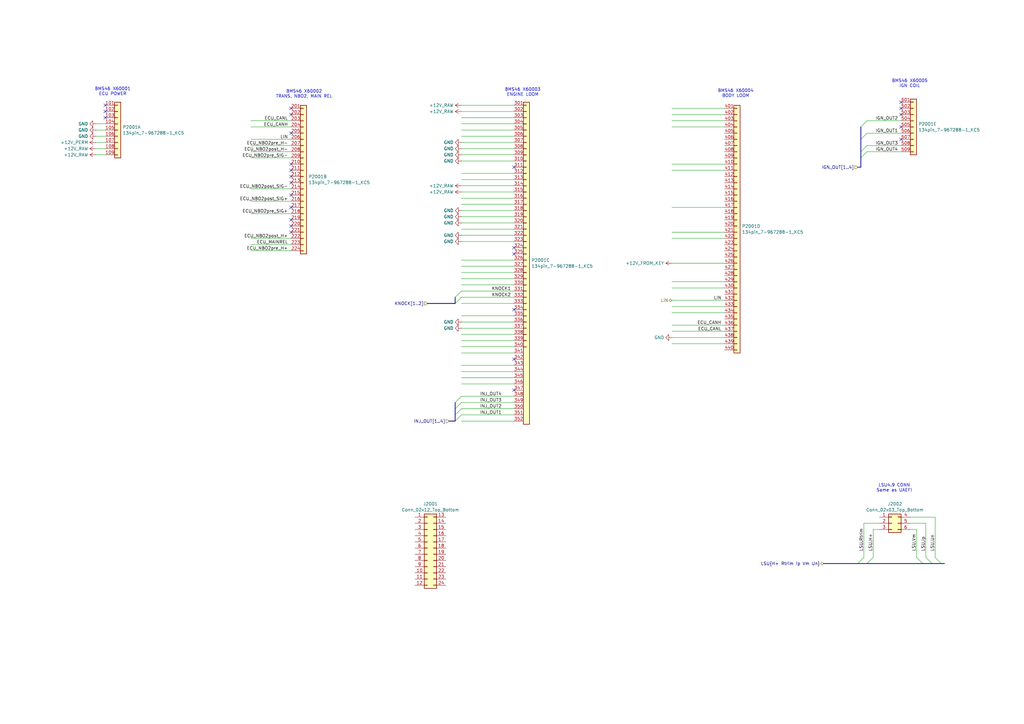
<source format=kicad_sch>
(kicad_sch (version 20231120) (generator "eeschema") (generator_version "8.0")
  (paper "A3")
  (lib_symbols
    (symbol "134pin_7-967288-1_KC5:134pin_7-967288-1_KC5" (pin_names (offset 1.016) hide)
      (property "Reference" "P" (at 0 50.8 0))
      (property "Value" "134pin_7-967288-1_KC5" (at 3.81 0 90))
      (symbol "134pin_7-967288-1_KC5_1_1"
        (rectangle (start -1.27 28.067) (end 0 27.813) (stroke (width 0.1524)))
        (rectangle (start -1.27 30.607) (end 0 30.353) (stroke (width 0.1524)))
        (rectangle (start -1.27 33.147) (end 0 32.893) (stroke (width 0.1524)))
        (rectangle (start -1.27 35.687) (end 0 35.433) (stroke (width 0.1524)))
        (rectangle (start -1.27 38.227) (end 0 37.973) (stroke (width 0.1524)))
        (rectangle (start -1.27 40.767) (end 0 40.513) (stroke (width 0.1524)))
        (rectangle (start -1.27 43.307) (end 0 43.053) (stroke (width 0.1524)))
        (rectangle (start -1.27 45.847) (end 0 45.593) (stroke (width 0.1524)))
        (rectangle (start -1.27 48.387) (end 0 48.133) (stroke (width 0.1524)))
        (rectangle (start -1.27 49.53) (end 1.27 26.67) (stroke (width 0.254)) (fill (type background)))
        (pin passive line (at -5.08 48.26 0) (length 3.81) (name "Pin_101") (number "101"))
        (pin passive line (at -5.08 45.72 0) (length 3.81) (name "Pin_102") (number "102"))
        (pin passive line (at -5.08 43.18 0) (length 3.81) (name "Pin_103") (number "103"))
        (pin passive line (at -5.08 40.64 0) (length 3.81) (name "Pin_104") (number "104"))
        (pin passive line (at -5.08 38.1 0) (length 3.81) (name "Pin_105") (number "105"))
        (pin passive line (at -5.08 35.56 0) (length 3.81) (name "Pin_106") (number "106"))
        (pin passive line (at -5.08 33.02 0) (length 3.81) (name "Pin_107") (number "107"))
        (pin passive line (at -5.08 30.48 0) (length 3.81) (name "Pin_108") (number "108"))
        (pin passive line (at -5.08 27.94 0) (length 3.81) (name "Pin_109") (number "109"))
      )
      (symbol "134pin_7-967288-1_KC5_2_1"
        (rectangle (start -1.27 -10.033) (end 0 -10.287) (stroke (width 0.1524)))
        (rectangle (start -1.27 -7.493) (end 0 -7.747) (stroke (width 0.1524)))
        (rectangle (start -1.27 -4.953) (end 0 -5.207) (stroke (width 0.1524)))
        (rectangle (start -1.27 -2.413) (end 0 -2.667) (stroke (width 0.1524)))
        (rectangle (start -1.27 0.127) (end 0 -0.127) (stroke (width 0.1524)))
        (rectangle (start -1.27 2.667) (end 0 2.413) (stroke (width 0.1524)))
        (rectangle (start -1.27 5.207) (end 0 4.953) (stroke (width 0.1524)))
        (rectangle (start -1.27 7.747) (end 0 7.493) (stroke (width 0.1524)))
        (rectangle (start -1.27 10.287) (end 0 10.033) (stroke (width 0.1524)))
        (rectangle (start -1.27 12.827) (end 0 12.573) (stroke (width 0.1524)))
        (rectangle (start -1.27 15.367) (end 0 15.113) (stroke (width 0.1524)))
        (rectangle (start -1.27 17.907) (end 0 17.653) (stroke (width 0.1524)))
        (rectangle (start -1.27 20.447) (end 0 20.193) (stroke (width 0.1524)))
        (rectangle (start -1.27 22.987) (end 0 22.733) (stroke (width 0.1524)))
        (rectangle (start -1.27 25.527) (end 0 25.273) (stroke (width 0.1524)))
        (rectangle (start -1.27 28.067) (end 0 27.813) (stroke (width 0.1524)))
        (rectangle (start -1.27 30.607) (end 0 30.353) (stroke (width 0.1524)))
        (rectangle (start -1.27 33.147) (end 0 32.893) (stroke (width 0.1524)))
        (rectangle (start -1.27 35.687) (end 0 35.433) (stroke (width 0.1524)))
        (rectangle (start -1.27 38.227) (end 0 37.973) (stroke (width 0.1524)))
        (rectangle (start -1.27 40.767) (end 0 40.513) (stroke (width 0.1524)))
        (rectangle (start -1.27 43.307) (end 0 43.053) (stroke (width 0.1524)))
        (rectangle (start -1.27 45.847) (end 0 45.593) (stroke (width 0.1524)))
        (rectangle (start -1.27 48.387) (end 0 48.133) (stroke (width 0.1524)))
        (rectangle (start -1.27 49.53) (end 1.27 -11.43) (stroke (width 0.254)) (fill (type background)))
        (pin passive line (at -5.08 48.26 0) (length 3.81) (name "Pin_201") (number "201"))
        (pin passive line (at -5.08 45.72 0) (length 3.81) (name "Pin_202") (number "202"))
        (pin passive line (at -5.08 43.18 0) (length 3.81) (name "Pin_203") (number "203"))
        (pin passive line (at -5.08 40.64 0) (length 3.81) (name "Pin_204") (number "204"))
        (pin passive line (at -5.08 38.1 0) (length 3.81) (name "Pin_205") (number "205"))
        (pin passive line (at -5.08 35.56 0) (length 3.81) (name "Pin_206") (number "206"))
        (pin passive line (at -5.08 33.02 0) (length 3.81) (name "Pin_207") (number "207"))
        (pin passive line (at -5.08 30.48 0) (length 3.81) (name "Pin_208") (number "208"))
        (pin passive line (at -5.08 27.94 0) (length 3.81) (name "Pin_209") (number "209"))
        (pin passive line (at -5.08 25.4 0) (length 3.81) (name "Pin_210") (number "210"))
        (pin passive line (at -5.08 22.86 0) (length 3.81) (name "Pin_211") (number "211"))
        (pin passive line (at -5.08 20.32 0) (length 3.81) (name "Pin_212") (number "212"))
        (pin passive line (at -5.08 17.78 0) (length 3.81) (name "Pin_213") (number "213"))
        (pin passive line (at -5.08 15.24 0) (length 3.81) (name "Pin_214") (number "214"))
        (pin passive line (at -5.08 12.7 0) (length 3.81) (name "Pin_215") (number "215"))
        (pin passive line (at -5.08 10.16 0) (length 3.81) (name "Pin_216") (number "216"))
        (pin passive line (at -5.08 7.62 0) (length 3.81) (name "Pin_217") (number "217"))
        (pin passive line (at -5.08 5.08 0) (length 3.81) (name "Pin_218") (number "218"))
        (pin passive line (at -5.08 2.54 0) (length 3.81) (name "Pin_219") (number "219"))
        (pin passive line (at -5.08 0 0) (length 3.81) (name "Pin_220") (number "220"))
        (pin passive line (at -5.08 -2.54 0) (length 3.81) (name "Pin_221") (number "221"))
        (pin passive line (at -5.08 -5.08 0) (length 3.81) (name "Pin_222") (number "222"))
        (pin passive line (at -5.08 -7.62 0) (length 3.81) (name "Pin_223") (number "223"))
        (pin passive line (at -5.08 -10.16 0) (length 3.81) (name "Pin_224") (number "224"))
      )
      (symbol "134pin_7-967288-1_KC5_3_1"
        (rectangle (start -1.27 -50.673) (end 0 -50.927) (stroke (width 0.1524)))
        (rectangle (start -1.27 -48.133) (end 0 -48.387) (stroke (width 0.1524)))
        (rectangle (start -1.27 -45.593) (end 0 -45.847) (stroke (width 0.1524)))
        (rectangle (start -1.27 -43.053) (end 0 -43.307) (stroke (width 0.1524)))
        (rectangle (start -1.27 -40.513) (end 0 -40.767) (stroke (width 0.1524)))
        (rectangle (start -1.27 -37.973) (end 0 -38.227) (stroke (width 0.1524)))
        (rectangle (start -1.27 -35.433) (end 0 -35.687) (stroke (width 0.1524)))
        (rectangle (start -1.27 -32.893) (end 0 -33.147) (stroke (width 0.1524)))
        (rectangle (start -1.27 -30.353) (end 0 -30.607) (stroke (width 0.1524)))
        (rectangle (start -1.27 -27.813) (end 0 -28.067) (stroke (width 0.1524)))
        (rectangle (start -1.27 -25.273) (end 0 -25.527) (stroke (width 0.1524)))
        (rectangle (start -1.27 -22.733) (end 0 -22.987) (stroke (width 0.1524)))
        (rectangle (start -1.27 -20.193) (end 0 -20.447) (stroke (width 0.1524)))
        (rectangle (start -1.27 -17.653) (end 0 -17.907) (stroke (width 0.1524)))
        (rectangle (start -1.27 -15.113) (end 0 -15.367) (stroke (width 0.1524)))
        (rectangle (start -1.27 -12.573) (end 0 -12.827) (stroke (width 0.1524)))
        (rectangle (start -1.27 -10.033) (end 0 -10.287) (stroke (width 0.1524)))
        (rectangle (start -1.27 -7.493) (end 0 -7.747) (stroke (width 0.1524)))
        (rectangle (start -1.27 -4.953) (end 0 -5.207) (stroke (width 0.1524)))
        (rectangle (start -1.27 -2.413) (end 0 -2.667) (stroke (width 0.1524)))
        (rectangle (start -1.27 0.127) (end 0 -0.127) (stroke (width 0.1524)))
        (rectangle (start -1.27 2.667) (end 0 2.413) (stroke (width 0.1524)))
        (rectangle (start -1.27 5.207) (end 0 4.953) (stroke (width 0.1524)))
        (rectangle (start -1.27 7.747) (end 0 7.493) (stroke (width 0.1524)))
        (rectangle (start -1.27 10.287) (end 0 10.033) (stroke (width 0.1524)))
        (rectangle (start -1.27 12.827) (end 0 12.573) (stroke (width 0.1524)))
        (rectangle (start -1.27 15.367) (end 0 15.113) (stroke (width 0.1524)))
        (rectangle (start -1.27 17.907) (end 0 17.653) (stroke (width 0.1524)))
        (rectangle (start -1.27 20.447) (end 0 20.193) (stroke (width 0.1524)))
        (rectangle (start -1.27 22.987) (end 0 22.733) (stroke (width 0.1524)))
        (rectangle (start -1.27 25.527) (end 0 25.273) (stroke (width 0.1524)))
        (rectangle (start -1.27 28.067) (end 0 27.813) (stroke (width 0.1524)))
        (rectangle (start -1.27 30.607) (end 0 30.353) (stroke (width 0.1524)))
        (rectangle (start -1.27 33.147) (end 0 32.893) (stroke (width 0.1524)))
        (rectangle (start -1.27 35.687) (end 0 35.433) (stroke (width 0.1524)))
        (rectangle (start -1.27 38.227) (end 0 37.973) (stroke (width 0.1524)))
        (rectangle (start -1.27 40.767) (end 0 40.513) (stroke (width 0.1524)))
        (rectangle (start -1.27 43.307) (end 0 43.053) (stroke (width 0.1524)))
        (rectangle (start -1.27 45.847) (end 0 45.593) (stroke (width 0.1524)))
        (rectangle (start -1.27 48.387) (end 0 48.133) (stroke (width 0.1524)))
        (rectangle (start -1.27 49.53) (end 1.27 -82.55) (stroke (width 0.254)) (fill (type background)))
        (pin passive line (at -5.08 48.26 0) (length 3.81) (name "Pin_301") (number "301"))
        (pin passive line (at -5.08 45.72 0) (length 3.81) (name "Pin_302") (number "302"))
        (pin passive line (at -5.08 43.18 0) (length 3.81) (name "Pin_303") (number "303"))
        (pin passive line (at -5.08 40.64 0) (length 3.81) (name "Pin_304") (number "304"))
        (pin passive line (at -5.08 38.1 0) (length 3.81) (name "Pin_305") (number "305"))
        (pin passive line (at -5.08 35.56 0) (length 3.81) (name "Pin_306") (number "306"))
        (pin passive line (at -5.08 33.02 0) (length 3.81) (name "Pin_307") (number "307"))
        (pin passive line (at -5.08 30.48 0) (length 3.81) (name "Pin_308") (number "308"))
        (pin passive line (at -5.08 27.94 0) (length 3.81) (name "Pin_309") (number "309"))
        (pin passive line (at -5.08 25.4 0) (length 3.81) (name "Pin_310") (number "310"))
        (pin passive line (at -5.08 22.86 0) (length 3.81) (name "Pin_311") (number "311"))
        (pin passive line (at -5.08 20.32 0) (length 3.81) (name "Pin_312") (number "312"))
        (pin passive line (at -5.08 17.78 0) (length 3.81) (name "Pin_313") (number "313"))
        (pin passive line (at -5.08 15.24 0) (length 3.81) (name "Pin_314") (number "314"))
        (pin passive line (at -5.08 12.7 0) (length 3.81) (name "Pin_315") (number "315"))
        (pin passive line (at -5.08 10.16 0) (length 3.81) (name "Pin_316") (number "316"))
        (pin passive line (at -5.08 7.62 0) (length 3.81) (name "Pin_317") (number "317"))
        (pin passive line (at -5.08 5.08 0) (length 3.81) (name "Pin_318") (number "318"))
        (pin passive line (at -5.08 2.54 0) (length 3.81) (name "Pin_319") (number "319"))
        (pin passive line (at -5.08 0 0) (length 3.81) (name "Pin_320") (number "320"))
        (pin passive line (at -5.08 -2.54 0) (length 3.81) (name "Pin_321") (number "321"))
        (pin passive line (at -5.08 -5.08 0) (length 3.81) (name "Pin_322") (number "322"))
        (pin passive line (at -5.08 -7.62 0) (length 3.81) (name "Pin_323") (number "323"))
        (pin passive line (at -5.08 -10.16 0) (length 3.81) (name "Pin_324") (number "324"))
        (pin passive line (at -5.08 -12.7 0) (length 3.81) (name "Pin_325") (number "325"))
        (pin passive line (at -5.08 -15.24 0) (length 3.81) (name "Pin_326") (number "326"))
        (pin passive line (at -5.08 -17.78 0) (length 3.81) (name "Pin_327") (number "327"))
        (pin passive line (at -5.08 -20.32 0) (length 3.81) (name "Pin_328") (number "328"))
        (pin passive line (at -5.08 -22.86 0) (length 3.81) (name "Pin_329") (number "329"))
        (pin passive line (at -5.08 -25.4 0) (length 3.81) (name "Pin_330") (number "330"))
        (pin passive line (at -5.08 -27.94 0) (length 3.81) (name "Pin_331") (number "331"))
        (pin passive line (at -5.08 -30.48 0) (length 3.81) (name "Pin_332") (number "332"))
        (pin passive line (at -5.08 -33.02 0) (length 3.81) (name "Pin_333") (number "333"))
        (pin passive line (at -5.08 -35.56 0) (length 3.81) (name "Pin_334") (number "334"))
        (pin passive line (at -5.08 -38.1 0) (length 3.81) (name "Pin_335") (number "335"))
        (pin passive line (at -5.08 -40.64 0) (length 3.81) (name "Pin_336") (number "336"))
        (pin passive line (at -5.08 -43.18 0) (length 3.81) (name "Pin_337") (number "337"))
        (pin passive line (at -5.08 -45.72 0) (length 3.81) (name "Pin_338") (number "338"))
        (pin passive line (at -5.08 -48.26 0) (length 3.81) (name "Pin_339") (number "339"))
        (pin passive line (at -5.08 -50.8 0) (length 3.81) (name "Pin_340") (number "340"))
        (pin passive line (at -5.08 -53.34 0) (length 3.81) (name "Pin_341") (number "341"))
        (pin passive line (at -5.08 -55.88 0) (length 3.81) (name "Pin_342") (number "342"))
        (pin passive line (at -5.08 -58.42 0) (length 3.81) (name "Pin_343") (number "343"))
        (pin passive line (at -5.08 -60.96 0) (length 3.81) (name "Pin_344") (number "344"))
        (pin passive line (at -5.08 -63.5 0) (length 3.81) (name "Pin_345") (number "345"))
        (pin passive line (at -5.08 -66.04 0) (length 3.81) (name "Pin_346") (number "346"))
        (pin passive line (at -5.08 -68.58 0) (length 3.81) (name "Pin_347") (number "347"))
        (pin passive line (at -5.08 -71.12 0) (length 3.81) (name "Pin_348") (number "348"))
        (pin passive line (at -5.08 -73.66 0) (length 3.81) (name "Pin_349") (number "349"))
        (pin passive line (at -5.08 -76.2 0) (length 3.81) (name "Pin_350") (number "350"))
        (pin passive line (at -5.08 -78.74 0) (length 3.81) (name "Pin_351") (number "351"))
        (pin passive line (at -5.08 -81.28 0) (length 3.81) (name "Pin_352") (number "352"))
      )
      (symbol "134pin_7-967288-1_KC5_4_1"
        (rectangle (start -1.27 -50.673) (end 0 -50.927) (stroke (width 0.1524)))
        (rectangle (start -1.27 -48.133) (end 0 -48.387) (stroke (width 0.1524)))
        (rectangle (start -1.27 -45.593) (end 0 -45.847) (stroke (width 0.1524)))
        (rectangle (start -1.27 -43.053) (end 0 -43.307) (stroke (width 0.1524)))
        (rectangle (start -1.27 -40.513) (end 0 -40.767) (stroke (width 0.1524)))
        (rectangle (start -1.27 -37.973) (end 0 -38.227) (stroke (width 0.1524)))
        (rectangle (start -1.27 -35.433) (end 0 -35.687) (stroke (width 0.1524)))
        (rectangle (start -1.27 -32.893) (end 0 -33.147) (stroke (width 0.1524)))
        (rectangle (start -1.27 -30.353) (end 0 -30.607) (stroke (width 0.1524)))
        (rectangle (start -1.27 -27.813) (end 0 -28.067) (stroke (width 0.1524)))
        (rectangle (start -1.27 -25.273) (end 0 -25.527) (stroke (width 0.1524)))
        (rectangle (start -1.27 -22.733) (end 0 -22.987) (stroke (width 0.1524)))
        (rectangle (start -1.27 -20.193) (end 0 -20.447) (stroke (width 0.1524)))
        (rectangle (start -1.27 -17.653) (end 0 -17.907) (stroke (width 0.1524)))
        (rectangle (start -1.27 -15.113) (end 0 -15.367) (stroke (width 0.1524)))
        (rectangle (start -1.27 -12.573) (end 0 -12.827) (stroke (width 0.1524)))
        (rectangle (start -1.27 -10.033) (end 0 -10.287) (stroke (width 0.1524)))
        (rectangle (start -1.27 -7.493) (end 0 -7.747) (stroke (width 0.1524)))
        (rectangle (start -1.27 -4.953) (end 0 -5.207) (stroke (width 0.1524)))
        (rectangle (start -1.27 -2.413) (end 0 -2.667) (stroke (width 0.1524)))
        (rectangle (start -1.27 0.127) (end 0 -0.127) (stroke (width 0.1524)))
        (rectangle (start -1.27 2.667) (end 0 2.413) (stroke (width 0.1524)))
        (rectangle (start -1.27 5.207) (end 0 4.953) (stroke (width 0.1524)))
        (rectangle (start -1.27 7.747) (end 0 7.493) (stroke (width 0.1524)))
        (rectangle (start -1.27 10.287) (end 0 10.033) (stroke (width 0.1524)))
        (rectangle (start -1.27 12.827) (end 0 12.573) (stroke (width 0.1524)))
        (rectangle (start -1.27 15.367) (end 0 15.113) (stroke (width 0.1524)))
        (rectangle (start -1.27 17.907) (end 0 17.653) (stroke (width 0.1524)))
        (rectangle (start -1.27 20.447) (end 0 20.193) (stroke (width 0.1524)))
        (rectangle (start -1.27 22.987) (end 0 22.733) (stroke (width 0.1524)))
        (rectangle (start -1.27 25.527) (end 0 25.273) (stroke (width 0.1524)))
        (rectangle (start -1.27 28.067) (end 0 27.813) (stroke (width 0.1524)))
        (rectangle (start -1.27 30.607) (end 0 30.353) (stroke (width 0.1524)))
        (rectangle (start -1.27 33.147) (end 0 32.893) (stroke (width 0.1524)))
        (rectangle (start -1.27 35.687) (end 0 35.433) (stroke (width 0.1524)))
        (rectangle (start -1.27 38.227) (end 0 37.973) (stroke (width 0.1524)))
        (rectangle (start -1.27 40.767) (end 0 40.513) (stroke (width 0.1524)))
        (rectangle (start -1.27 43.307) (end 0 43.053) (stroke (width 0.1524)))
        (rectangle (start -1.27 45.847) (end 0 45.593) (stroke (width 0.1524)))
        (rectangle (start -1.27 48.387) (end 0 48.133) (stroke (width 0.1524)))
        (rectangle (start -1.27 49.53) (end 1.27 -52.07) (stroke (width 0.254)) (fill (type background)))
        (pin passive line (at -5.08 48.26 0) (length 3.81) (name "Pin_401") (number "401"))
        (pin passive line (at -5.08 45.72 0) (length 3.81) (name "Pin_402") (number "402"))
        (pin passive line (at -5.08 43.18 0) (length 3.81) (name "Pin_403") (number "403"))
        (pin passive line (at -5.08 40.64 0) (length 3.81) (name "Pin_404") (number "404"))
        (pin passive line (at -5.08 38.1 0) (length 3.81) (name "Pin_405") (number "405"))
        (pin passive line (at -5.08 35.56 0) (length 3.81) (name "Pin_406") (number "406"))
        (pin passive line (at -5.08 33.02 0) (length 3.81) (name "Pin_407") (number "407"))
        (pin passive line (at -5.08 30.48 0) (length 3.81) (name "Pin_408") (number "408"))
        (pin passive line (at -5.08 27.94 0) (length 3.81) (name "Pin_409") (number "409"))
        (pin passive line (at -5.08 25.4 0) (length 3.81) (name "Pin_410") (number "410"))
        (pin passive line (at -5.08 22.86 0) (length 3.81) (name "Pin_411") (number "411"))
        (pin passive line (at -5.08 20.32 0) (length 3.81) (name "Pin_412") (number "412"))
        (pin passive line (at -5.08 17.78 0) (length 3.81) (name "Pin_413") (number "413"))
        (pin passive line (at -5.08 15.24 0) (length 3.81) (name "Pin_414") (number "414"))
        (pin passive line (at -5.08 12.7 0) (length 3.81) (name "Pin_415") (number "415"))
        (pin passive line (at -5.08 10.16 0) (length 3.81) (name "Pin_416") (number "416"))
        (pin passive line (at -5.08 7.62 0) (length 3.81) (name "Pin_417") (number "417"))
        (pin passive line (at -5.08 5.08 0) (length 3.81) (name "Pin_418") (number "418"))
        (pin passive line (at -5.08 2.54 0) (length 3.81) (name "Pin_419") (number "419"))
        (pin passive line (at -5.08 0 0) (length 3.81) (name "Pin_420") (number "420"))
        (pin passive line (at -5.08 -2.54 0) (length 3.81) (name "Pin_421") (number "421"))
        (pin passive line (at -5.08 -5.08 0) (length 3.81) (name "Pin_422") (number "422"))
        (pin passive line (at -5.08 -7.62 0) (length 3.81) (name "Pin_423") (number "423"))
        (pin passive line (at -5.08 -10.16 0) (length 3.81) (name "Pin_424") (number "424"))
        (pin passive line (at -5.08 -12.7 0) (length 3.81) (name "Pin_425") (number "425"))
        (pin passive line (at -5.08 -15.24 0) (length 3.81) (name "Pin_426") (number "426"))
        (pin passive line (at -5.08 -17.78 0) (length 3.81) (name "Pin_427") (number "427"))
        (pin passive line (at -5.08 -20.32 0) (length 3.81) (name "Pin_428") (number "428"))
        (pin passive line (at -5.08 -22.86 0) (length 3.81) (name "Pin_429") (number "429"))
        (pin passive line (at -5.08 -25.4 0) (length 3.81) (name "Pin_430") (number "430"))
        (pin passive line (at -5.08 -27.94 0) (length 3.81) (name "Pin_431") (number "431"))
        (pin passive line (at -5.08 -30.48 0) (length 3.81) (name "Pin_432") (number "432"))
        (pin passive line (at -5.08 -33.02 0) (length 3.81) (name "Pin_433") (number "433"))
        (pin passive line (at -5.08 -35.56 0) (length 3.81) (name "Pin_434") (number "434"))
        (pin passive line (at -5.08 -38.1 0) (length 3.81) (name "Pin_435") (number "435"))
        (pin passive line (at -5.08 -40.64 0) (length 3.81) (name "Pin_436") (number "436"))
        (pin passive line (at -5.08 -43.18 0) (length 3.81) (name "Pin_437") (number "437"))
        (pin passive line (at -5.08 -45.72 0) (length 3.81) (name "Pin_438") (number "438"))
        (pin passive line (at -5.08 -48.26 0) (length 3.81) (name "Pin_439") (number "439"))
        (pin passive line (at -5.08 -50.8 0) (length 3.81) (name "Pin_440") (number "440"))
      )
      (symbol "134pin_7-967288-1_KC5_5_1"
        (rectangle (start -1.27 28.067) (end 0 27.813) (stroke (width 0.1524)))
        (rectangle (start -1.27 30.607) (end 0 30.353) (stroke (width 0.1524)))
        (rectangle (start -1.27 33.147) (end 0 32.893) (stroke (width 0.1524)))
        (rectangle (start -1.27 35.687) (end 0 35.433) (stroke (width 0.1524)))
        (rectangle (start -1.27 38.227) (end 0 37.973) (stroke (width 0.1524)))
        (rectangle (start -1.27 40.767) (end 0 40.513) (stroke (width 0.1524)))
        (rectangle (start -1.27 43.307) (end 0 43.053) (stroke (width 0.1524)))
        (rectangle (start -1.27 45.847) (end 0 45.593) (stroke (width 0.1524)))
        (rectangle (start -1.27 48.387) (end 0 48.133) (stroke (width 0.1524)))
        (rectangle (start -1.27 49.53) (end 1.27 26.67) (stroke (width 0.254)) (fill (type background)))
        (pin passive line (at -5.08 48.26 0) (length 3.81) (name "Pin_501") (number "501"))
        (pin passive line (at -5.08 45.72 0) (length 3.81) (name "Pin_502") (number "502"))
        (pin passive line (at -5.08 43.18 0) (length 3.81) (name "Pin_503") (number "503"))
        (pin passive line (at -5.08 40.64 0) (length 3.81) (name "Pin_504") (number "504"))
        (pin passive line (at -5.08 38.1 0) (length 3.81) (name "Pin_505") (number "505"))
        (pin passive line (at -5.08 35.56 0) (length 3.81) (name "Pin_506") (number "506"))
        (pin passive line (at -5.08 33.02 0) (length 3.81) (name "Pin_507") (number "507"))
        (pin passive line (at -5.08 30.48 0) (length 3.81) (name "Pin_508") (number "508"))
        (pin passive line (at -5.08 27.94 0) (length 3.81) (name "Pin_509") (number "509"))
      )
    )
    (symbol "Connector_Generic:Conn_02x03_Top_Bottom" (pin_names (offset 1.016) hide)
      (property "Reference" "J" (at 1.27 5.08 0))
      (property "Value" "Conn_02x03_Top_Bottom" (at 1.27 -5.08 0))
      (symbol "Conn_02x03_Top_Bottom_1_1"
        (rectangle (start -1.27 -2.413) (end 0 -2.667) (stroke (width 0.1524)))
        (rectangle (start -1.27 0.127) (end 0 -0.127) (stroke (width 0.1524)))
        (rectangle (start -1.27 2.667) (end 0 2.413) (stroke (width 0.1524)))
        (rectangle (start -1.27 3.81) (end 3.81 -3.81) (stroke (width 0.254)) (fill (type background)))
        (rectangle (start 3.81 -2.413) (end 2.54 -2.667) (stroke (width 0.1524)))
        (rectangle (start 3.81 0.127) (end 2.54 -0.127) (stroke (width 0.1524)))
        (rectangle (start 3.81 2.667) (end 2.54 2.413) (stroke (width 0.1524)))
        (pin passive line (at -5.08 2.54 0) (length 3.81) (name "Pin_1") (number "1"))
        (pin passive line (at -5.08 0 0) (length 3.81) (name "Pin_2") (number "2"))
        (pin passive line (at -5.08 -2.54 0) (length 3.81) (name "Pin_3") (number "3"))
        (pin passive line (at 7.62 2.54 180) (length 3.81) (name "Pin_4") (number "4"))
        (pin passive line (at 7.62 0 180) (length 3.81) (name "Pin_5") (number "5"))
        (pin passive line (at 7.62 -2.54 180) (length 3.81) (name "Pin_6") (number "6"))
      )
    )
    (symbol "Connector_Generic:Conn_02x12_Top_Bottom" (pin_names (offset 1.016) hide)
      (property "Reference" "J" (at 1.27 15.24 0))
      (property "Value" "Conn_02x12_Top_Bottom" (at 1.27 -17.78 0))
      (symbol "Conn_02x12_Top_Bottom_1_1"
        (rectangle (start -1.27 -15.113) (end 0 -15.367) (stroke (width 0.1524)))
        (rectangle (start -1.27 -12.573) (end 0 -12.827) (stroke (width 0.1524)))
        (rectangle (start -1.27 -10.033) (end 0 -10.287) (stroke (width 0.1524)))
        (rectangle (start -1.27 -7.493) (end 0 -7.747) (stroke (width 0.1524)))
        (rectangle (start -1.27 -4.953) (end 0 -5.207) (stroke (width 0.1524)))
        (rectangle (start -1.27 -2.413) (end 0 -2.667) (stroke (width 0.1524)))
        (rectangle (start -1.27 0.127) (end 0 -0.127) (stroke (width 0.1524)))
        (rectangle (start -1.27 2.667) (end 0 2.413) (stroke (width 0.1524)))
        (rectangle (start -1.27 5.207) (end 0 4.953) (stroke (width 0.1524)))
        (rectangle (start -1.27 7.747) (end 0 7.493) (stroke (width 0.1524)))
        (rectangle (start -1.27 10.287) (end 0 10.033) (stroke (width 0.1524)))
        (rectangle (start -1.27 12.827) (end 0 12.573) (stroke (width 0.1524)))
        (rectangle (start -1.27 13.97) (end 3.81 -16.51) (stroke (width 0.254)) (fill (type background)))
        (rectangle (start 3.81 -15.113) (end 2.54 -15.367) (stroke (width 0.1524)))
        (rectangle (start 3.81 -12.573) (end 2.54 -12.827) (stroke (width 0.1524)))
        (rectangle (start 3.81 -10.033) (end 2.54 -10.287) (stroke (width 0.1524)))
        (rectangle (start 3.81 -7.493) (end 2.54 -7.747) (stroke (width 0.1524)))
        (rectangle (start 3.81 -4.953) (end 2.54 -5.207) (stroke (width 0.1524)))
        (rectangle (start 3.81 -2.413) (end 2.54 -2.667) (stroke (width 0.1524)))
        (rectangle (start 3.81 0.127) (end 2.54 -0.127) (stroke (width 0.1524)))
        (rectangle (start 3.81 2.667) (end 2.54 2.413) (stroke (width 0.1524)))
        (rectangle (start 3.81 5.207) (end 2.54 4.953) (stroke (width 0.1524)))
        (rectangle (start 3.81 7.747) (end 2.54 7.493) (stroke (width 0.1524)))
        (rectangle (start 3.81 10.287) (end 2.54 10.033) (stroke (width 0.1524)))
        (rectangle (start 3.81 12.827) (end 2.54 12.573) (stroke (width 0.1524)))
        (pin passive line (at -5.08 12.7 0) (length 3.81) (name "Pin_1") (number "1"))
        (pin passive line (at -5.08 -10.16 0) (length 3.81) (name "Pin_10") (number "10"))
        (pin passive line (at -5.08 -12.7 0) (length 3.81) (name "Pin_11") (number "11"))
        (pin passive line (at -5.08 -15.24 0) (length 3.81) (name "Pin_12") (number "12"))
        (pin passive line (at 7.62 12.7 180) (length 3.81) (name "Pin_13") (number "13"))
        (pin passive line (at 7.62 10.16 180) (length 3.81) (name "Pin_14") (number "14"))
        (pin passive line (at 7.62 7.62 180) (length 3.81) (name "Pin_15") (number "15"))
        (pin passive line (at 7.62 5.08 180) (length 3.81) (name "Pin_16") (number "16"))
        (pin passive line (at 7.62 2.54 180) (length 3.81) (name "Pin_17") (number "17"))
        (pin passive line (at 7.62 0 180) (length 3.81) (name "Pin_18") (number "18"))
        (pin passive line (at 7.62 -2.54 180) (length 3.81) (name "Pin_19") (number "19"))
        (pin passive line (at -5.08 10.16 0) (length 3.81) (name "Pin_2") (number "2"))
        (pin passive line (at 7.62 -5.08 180) (length 3.81) (name "Pin_20") (number "20"))
        (pin passive line (at 7.62 -7.62 180) (length 3.81) (name "Pin_21") (number "21"))
        (pin passive line (at 7.62 -10.16 180) (length 3.81) (name "Pin_22") (number "22"))
        (pin passive line (at 7.62 -12.7 180) (length 3.81) (name "Pin_23") (number "23"))
        (pin passive line (at 7.62 -15.24 180) (length 3.81) (name "Pin_24") (number "24"))
        (pin passive line (at -5.08 7.62 0) (length 3.81) (name "Pin_3") (number "3"))
        (pin passive line (at -5.08 5.08 0) (length 3.81) (name "Pin_4") (number "4"))
        (pin passive line (at -5.08 2.54 0) (length 3.81) (name "Pin_5") (number "5"))
        (pin passive line (at -5.08 0 0) (length 3.81) (name "Pin_6") (number "6"))
        (pin passive line (at -5.08 -2.54 0) (length 3.81) (name "Pin_7") (number "7"))
        (pin passive line (at -5.08 -5.08 0) (length 3.81) (name "Pin_8") (number "8"))
        (pin passive line (at -5.08 -7.62 0) (length 3.81) (name "Pin_9") (number "9"))
      )
    )
    (symbol "hellen-one-common:+12V_PERM" (power) (pin_names (offset 0))
      (property "Value" "+12V_PERM" (at 0 3.556 0))
      (symbol "+12V_PERM_0_1"
        (polyline (pts (xy -0.762 1.27) (xy 0 2.54)))
        (polyline (pts (xy 0 0) (xy 0 2.54)))
        (polyline (pts (xy 0 2.54) (xy 0.762 1.27)))
      )
      (symbol "+12V_PERM_1_1"
        (pin power_in line (at 0 0 90) (length 0) hide (name "+12V_PERM") (number "1"))
      )
    )
    (symbol "hellen-one-common:+12V_RAW" (power) (pin_names (offset 0))
      (property "Value" "+12V_RAW" (at 0 3.556 0))
      (symbol "+12V_RAW_0_1"
        (polyline (pts (xy -0.762 1.27) (xy 0 2.54)))
        (polyline (pts (xy 0 0) (xy 0 2.54)))
        (polyline (pts (xy 0 2.54) (xy 0.762 1.27)))
      )
      (symbol "+12V_RAW_1_1"
        (pin power_in line (at 0 0 90) (length 0) hide (name "+12V_RAW") (number "1"))
      )
    )
    (symbol "misc:+12V_FROM_KEY" (power) (pin_names (offset 0))
      (property "Value" "+12V_FROM_KEY" (at 0 3.556 0))
      (symbol "+12V_FROM_KEY_0_1"
        (polyline (pts (xy -0.762 1.27) (xy 0 2.54)))
        (polyline (pts (xy 0 0) (xy 0 2.54)))
        (polyline (pts (xy 0 2.54) (xy 0.762 1.27)))
      )
      (symbol "+12V_FROM_KEY_1_1"
        (pin power_in line (at 0 0 90) (length 0) hide (name "+12V_FROM_KEY") (number "1"))
      )
    )
    (symbol "power:GND" (power) (pin_numbers hide) (pin_names (offset 0) hide)
      (property "Value" "GND" (at 0 -3.81 0))
      (symbol "GND_0_1"
        (polyline (pts (xy 0 0) (xy 0 -1.27) (xy 1.27 -1.27) (xy 0 -2.54) (xy -1.27 -1.27) (xy 0 -1.27)))
      )
      (symbol "GND_1_1"
        (pin power_in line (at 0 0 270) (length 0) (name "~") (number "1"))
      )
    )
  )
  (no_connect (at 43.18 43.18))
  (no_connect (at 369.57 57.15))
  (no_connect (at 119.38 72.39))
  (no_connect (at 119.38 85.09))
  (no_connect (at 43.18 48.26))
  (no_connect (at 119.38 44.45))
  (no_connect (at 210.82 104.14))
  (no_connect (at 210.82 147.32))
  (no_connect (at 210.82 68.58))
  (no_connect (at 119.38 95.25))
  (no_connect (at 369.57 41.91))
  (no_connect (at 369.57 44.45))
  (no_connect (at 119.38 69.85))
  (no_connect (at 210.82 101.6))
  (no_connect (at 369.57 46.99))
  (no_connect (at 119.38 54.61))
  (no_connect (at 119.38 80.01))
  (no_connect (at 210.82 127))
  (no_connect (at 119.38 67.31))
  (no_connect (at 210.82 160.02))
  (no_connect (at 119.38 92.71))
  (no_connect (at 369.57 52.07))
  (no_connect (at 43.18 45.72))
  (no_connect (at 119.38 46.99))
  (no_connect (at 119.38 90.17))
  (no_connect (at 119.38 74.93))
  (bus_entry (at 355.6 54.61) (size -2.54 2.54))
  (bus_entry (at 355.6 62.23) (size -2.54 2.54))
  (bus_entry (at 355.6 59.69) (size -2.54 2.54))
  (bus_entry (at 186.69 172.72) (size 2.54 -2.54))
  (bus_entry (at 355.6 231.14) (size 2.54 -2.54))
  (bus_entry (at 378.46 231.14) (size -2.54 -2.54))
  (bus_entry (at 355.6 49.53) (size -2.54 2.54))
  (bus_entry (at 351.79 231.14) (size 2.54 -2.54))
  (bus_entry (at 189.23 121.92) (size -2.54 2.54))
  (bus_entry (at 189.23 119.38) (size -2.54 2.54))
  (bus_entry (at 382.27 231.14) (size -2.54 -2.54))
  (bus_entry (at 186.69 165.1) (size 2.54 -2.54))
  (bus_entry (at 186.69 170.18) (size 2.54 -2.54))
  (bus_entry (at 186.69 167.64) (size 2.54 -2.54))
  (bus_entry (at 386.08 231.14) (size -2.54 -2.54))
  (wire (pts (xy 297.18 52.07) (xy 275.59 52.07)))
  (wire (pts (xy 119.38 97.79) (xy 102.87 97.79)))
  (wire (pts (xy 210.82 132.08) (xy 189.23 132.08)))
  (wire (pts (xy 210.82 55.88) (xy 189.23 55.88)))
  (wire (pts (xy 297.18 107.95) (xy 275.59 107.95)))
  (wire (pts (xy 189.23 165.1) (xy 210.82 165.1)))
  (wire (pts (xy 210.82 63.5) (xy 189.23 63.5)))
  (wire (pts (xy 210.82 152.4) (xy 189.23 152.4)))
  (wire (pts (xy 43.18 63.5) (xy 39.37 63.5)))
  (wire (pts (xy 297.18 115.57) (xy 275.59 115.57)))
  (bus (pts (xy 353.06 57.15) (xy 353.06 62.23)))
  (wire (pts (xy 210.82 86.36) (xy 189.23 86.36)))
  (wire (pts (xy 210.82 116.84) (xy 189.23 116.84)))
  (wire (pts (xy 210.82 71.12) (xy 189.23 71.12)))
  (wire (pts (xy 210.82 99.06) (xy 189.23 99.06)))
  (wire (pts (xy 358.14 217.17) (xy 358.14 228.6)))
  (wire (pts (xy 210.82 142.24) (xy 189.23 142.24)))
  (wire (pts (xy 379.73 214.63) (xy 379.73 228.6)))
  (wire (pts (xy 210.82 50.8) (xy 189.23 50.8)))
  (wire (pts (xy 210.82 53.34) (xy 189.23 53.34)))
  (wire (pts (xy 358.14 217.17) (xy 360.68 217.17)))
  (wire (pts (xy 119.38 102.87) (xy 102.87 102.87)))
  (wire (pts (xy 355.6 62.23) (xy 369.57 62.23)))
  (wire (pts (xy 355.6 59.69) (xy 369.57 59.69)))
  (bus (pts (xy 186.69 170.18) (xy 186.69 172.72)))
  (wire (pts (xy 375.92 217.17) (xy 373.38 217.17)))
  (wire (pts (xy 210.82 91.44) (xy 189.23 91.44)))
  (wire (pts (xy 210.82 48.26) (xy 189.23 48.26)))
  (wire (pts (xy 43.18 53.34) (xy 39.37 53.34)))
  (wire (pts (xy 297.18 44.45) (xy 275.59 44.45)))
  (wire (pts (xy 210.82 93.98) (xy 189.23 93.98)))
  (wire (pts (xy 297.18 46.99) (xy 275.59 46.99)))
  (wire (pts (xy 354.33 214.63) (xy 360.68 214.63)))
  (wire (pts (xy 210.82 144.78) (xy 189.23 144.78)))
  (bus (pts (xy 386.08 231.14) (xy 387.35 231.14)))
  (wire (pts (xy 189.23 162.56) (xy 210.82 162.56)))
  (wire (pts (xy 210.82 119.38) (xy 189.23 119.38)))
  (wire (pts (xy 210.82 149.86) (xy 189.23 149.86)))
  (wire (pts (xy 297.18 128.27) (xy 275.59 128.27)))
  (bus (pts (xy 351.79 231.14) (xy 355.6 231.14)))
  (wire (pts (xy 210.82 81.28) (xy 189.23 81.28)))
  (wire (pts (xy 189.23 167.64) (xy 210.82 167.64)))
  (wire (pts (xy 210.82 124.46) (xy 189.23 124.46)))
  (wire (pts (xy 210.82 154.94) (xy 189.23 154.94)))
  (bus (pts (xy 353.06 52.07) (xy 353.06 57.15)))
  (wire (pts (xy 297.18 95.25) (xy 275.59 95.25)))
  (wire (pts (xy 119.38 77.47) (xy 102.87 77.47)))
  (wire (pts (xy 297.18 133.35) (xy 275.59 133.35)))
  (wire (pts (xy 379.73 214.63) (xy 373.38 214.63)))
  (wire (pts (xy 43.18 58.42) (xy 39.37 58.42)))
  (bus (pts (xy 186.69 121.92) (xy 186.69 124.46)))
  (wire (pts (xy 189.23 170.18) (xy 210.82 170.18)))
  (wire (pts (xy 210.82 88.9) (xy 189.23 88.9)))
  (wire (pts (xy 210.82 58.42) (xy 189.23 58.42)))
  (wire (pts (xy 43.18 55.88) (xy 39.37 55.88)))
  (wire (pts (xy 210.82 66.04) (xy 189.23 66.04)))
  (wire (pts (xy 210.82 139.7) (xy 189.23 139.7)))
  (bus (pts (xy 353.06 68.58) (xy 353.06 64.77)))
  (wire (pts (xy 210.82 78.74) (xy 189.23 78.74)))
  (bus (pts (xy 353.06 62.23) (xy 353.06 64.77)))
  (wire (pts (xy 102.87 64.77) (xy 119.38 64.77)))
  (wire (pts (xy 354.33 214.63) (xy 354.33 228.6)))
  (wire (pts (xy 210.82 45.72) (xy 189.23 45.72)))
  (wire (pts (xy 297.18 85.09) (xy 275.59 85.09)))
  (wire (pts (xy 355.6 49.53) (xy 369.57 49.53)))
  (wire (pts (xy 297.18 67.31) (xy 275.59 67.31)))
  (wire (pts (xy 210.82 111.76) (xy 189.23 111.76)))
  (wire (pts (xy 210.82 114.3) (xy 189.23 114.3)))
  (wire (pts (xy 297.18 138.43) (xy 275.59 138.43)))
  (bus (pts (xy 382.27 231.14) (xy 386.08 231.14)))
  (wire (pts (xy 383.54 212.09) (xy 373.38 212.09)))
  (wire (pts (xy 297.18 49.53) (xy 275.59 49.53)))
  (wire (pts (xy 297.18 125.73) (xy 275.59 125.73)))
  (wire (pts (xy 119.38 82.55) (xy 102.87 82.55)))
  (bus (pts (xy 378.46 231.14) (xy 382.27 231.14)))
  (wire (pts (xy 119.38 57.15) (xy 102.87 57.15)))
  (wire (pts (xy 119.38 52.07) (xy 102.87 52.07)))
  (bus (pts (xy 186.69 165.1) (xy 186.69 167.64)))
  (wire (pts (xy 210.82 121.92) (xy 189.23 121.92)))
  (bus (pts (xy 351.79 68.58) (xy 353.06 68.58)))
  (wire (pts (xy 119.38 62.23) (xy 102.87 62.23)))
  (wire (pts (xy 210.82 60.96) (xy 189.23 60.96)))
  (wire (pts (xy 210.82 83.82) (xy 189.23 83.82)))
  (wire (pts (xy 275.59 123.19) (xy 297.18 123.19)))
  (wire (pts (xy 297.18 135.89) (xy 275.59 135.89)))
  (bus (pts (xy 175.26 124.46) (xy 186.69 124.46)))
  (wire (pts (xy 297.18 140.97) (xy 275.59 140.97)))
  (wire (pts (xy 210.82 129.54) (xy 189.23 129.54)))
  (bus (pts (xy 186.69 167.64) (xy 186.69 170.18)))
  (wire (pts (xy 210.82 137.16) (xy 189.23 137.16)))
  (wire (pts (xy 210.82 96.52) (xy 189.23 96.52)))
  (wire (pts (xy 119.38 100.33) (xy 102.87 100.33)))
  (wire (pts (xy 210.82 134.62) (xy 189.23 134.62)))
  (wire (pts (xy 297.18 69.85) (xy 275.59 69.85)))
  (wire (pts (xy 355.6 54.61) (xy 369.57 54.61)))
  (wire (pts (xy 383.54 212.09) (xy 383.54 228.6)))
  (wire (pts (xy 210.82 157.48) (xy 189.23 157.48)))
  (bus (pts (xy 337.82 231.14) (xy 351.79 231.14)))
  (bus (pts (xy 184.15 172.72) (xy 186.69 172.72)))
  (wire (pts (xy 119.38 87.63) (xy 102.87 87.63)))
  (wire (pts (xy 297.18 97.79) (xy 275.59 97.79)))
  (wire (pts (xy 43.18 60.96) (xy 39.37 60.96)))
  (wire (pts (xy 297.18 118.11) (xy 275.59 118.11)))
  (wire (pts (xy 119.38 49.53) (xy 102.87 49.53)))
  (wire (pts (xy 210.82 109.22) (xy 189.23 109.22)))
  (wire (pts (xy 375.92 217.17) (xy 375.92 228.6)))
  (wire (pts (xy 43.18 50.8) (xy 39.37 50.8)))
  (wire (pts (xy 210.82 76.2) (xy 189.23 76.2)))
  (wire (pts (xy 210.82 73.66) (xy 189.23 73.66)))
  (wire (pts (xy 189.23 172.72) (xy 210.82 172.72)))
  (wire (pts (xy 119.38 59.69) (xy 102.87 59.69)))
  (wire (pts (xy 210.82 106.68) (xy 189.23 106.68)))
  (wire (pts (xy 210.82 43.18) (xy 189.23 43.18)))
  (bus (pts (xy 355.6 231.14) (xy 378.46 231.14)))
  (text "BMS46 X60003\nENGINE LOOM" (at 214.376 37.846 0) (effects (font (size 1.27 1.27))))
  (text "LSU4.9 CONN\nSame as UAEFI" (at 366.776 200.152 0) (effects (font (size 1.27 1.27))))
  (text "BMS46 X60005\nIGN COIL" (at 373.126 34.29 0) (effects (font (size 1.27 1.27))))
  (text "BMS46 X60002\nTRANS, NBO2, MAIN REL" (at 124.714 38.608 0) (effects (font (size 1.27 1.27))))
  (text "BMS46 X60001\nECU POWER\n" (at 46.228 37.592 0) (effects (font (size 1.27 1.27))))
  (text "BMS46 X60004\nBODY LOOM" (at 301.752 38.354 0) (effects (font (size 1.27 1.27))))
  (label "LIN" (at 295.91 123.19 180))
  (label "INJ_OUT3" (at 196.85 165.1 0))
  (label "ECU_NBO2pre_SIG-" (at 118.11 64.77 180))
  (label "ECU_NBO2post_SIG+" (at 118.11 82.55 180))
  (label "KNOCK1" (at 209.55 119.38 180))
  (label "LSU.Un" (at 383.54 226.06 90))
  (label "KNOCK2" (at 209.55 121.92 180))
  (label "IGN_OUT3" (at 368.3 59.69 180))
  (label "INJ_OUT2" (at 196.85 167.64 0))
  (label "ECU_NBO2pre_H-" (at 118.11 59.69 180))
  (label "LSU.H+" (at 358.14 226.06 90))
  (label "LSU.Ip" (at 379.73 226.06 90))
  (label "ECU_CANH" (at 295.91 133.35 180))
  (label "LIN" (at 118.11 57.15 180))
  (label "ECU_NBO2post_SIG-" (at 118.11 77.47 180))
  (label "LSU.Vm" (at 375.92 226.06 90))
  (label "ECU_NBO2pre_SIG+" (at 118.11 87.63 180))
  (label "IGN_OUT2" (at 368.3 49.53 180))
  (label "ECU_CANL" (at 118.11 49.53 180))
  (label "INJ_OUT1" (at 196.85 170.18 0))
  (label "IGN_OUT4" (at 368.3 62.23 180))
  (label "ECU_CANL" (at 295.91 135.89 180))
  (label "ECU_MAINREL" (at 118.11 100.33 180))
  (label "ECU_NBO2post_H-" (at 118.11 62.23 180))
  (label "ECU_NBO2post_H+" (at 118.11 97.79 180))
  (label "INJ_OUT4" (at 196.85 162.56 0))
  (label "ECU_NBO2pre_H+" (at 118.11 102.87 180))
  (label "LSU.Rtrim" (at 354.33 226.06 90))
  (label "IGN_OUT1" (at 368.3 54.61 180))
  (label "ECU_CANH" (at 118.11 52.07 180))
  (hierarchical_label "INJ_OUT[1..4]" (shape input) (at 184.15 172.72 180))
  (hierarchical_label "LIN" (shape bidirectional) (at 275.59 123.19 180))
  (hierarchical_label "LSU{H+ Rtrim Ip Vm Un}" (shape bidirectional) (at 337.82 231.14 180))
  (hierarchical_label "IGN_OUT[1..4]" (shape input) (at 351.79 68.58 180))
  (hierarchical_label "KNOCK[1..2]" (shape input) (at 175.26 124.46 180))
  (symbol (lib_id "power:GND") (at 189.23 58.42 270) (unit 1)
    (property "Reference" "#PWR02009" (effects (hide yes)))
    (property "Value" "GND" (at 186.0551 58.42 90) (effects (justify right)))
    (property "Description" "Power symbol creates a global label with name \"GND\" , ground" (effects (hide yes)))
  )
  (symbol (lib_id "power:GND") (at 39.37 55.88 270) (unit 1)
    (property "Reference" "#PWR02003" (effects (hide yes)))
    (property "Value" "GND" (at 36.1951 55.88 90) (effects (justify right)))
    (property "Description" "Power symbol creates a global label with name \"GND\" , ground" (effects (hide yes)))
  )
  (symbol (lib_id "power:GND") (at 275.59 138.43 270) (unit 1)
    (property "Reference" "#PWR02023" (effects (hide yes)))
    (property "Value" "GND" (at 272.4151 138.43 90) (effects (justify right)))
    (property "Description" "Power symbol creates a global label with name \"GND\" , ground" (effects (hide yes)))
  )
  (symbol (lib_id "hellen-one-common:+12V_RAW") (at 189.23 76.2 90) (unit 1)
    (property "Reference" "#PWR02013" (effects (hide yes)))
    (property "Value" "+12V_RAW" (at 186.055 76.2 90) (effects (justify left)))
    (property "Description" "Power symbol creates a global label with name \"+12V_RAW\"" (effects (hide yes)))
  )
  (symbol (lib_id "power:GND") (at 39.37 53.34 270) (unit 1)
    (property "Reference" "#PWR02002" (effects (hide yes)))
    (property "Value" "GND" (at 36.1951 53.34 90) (effects (justify right)))
    (property "Description" "Power symbol creates a global label with name \"GND\" , ground" (effects (hide yes)))
  )
  (symbol (lib_id "hellen-one-common:+12V_RAW") (at 39.37 60.96 90) (unit 1)
    (property "Reference" "#PWR02005" (effects (hide yes)))
    (property "Value" "+12V_RAW" (at 36.195 60.96 90) (effects (justify left)))
    (property "Description" "Power symbol creates a global label with name \"+12V_RAW\"" (effects (hide yes)))
  )
  (symbol (lib_id "hellen-one-common:+12V_RAW") (at 39.37 63.5 90) (unit 1)
    (property "Reference" "#PWR02006" (effects (hide yes)))
    (property "Value" "+12V_RAW" (at 36.195 63.5 90) (effects (justify left)))
    (property "Description" "Power symbol creates a global label with name \"+12V_RAW\"" (effects (hide yes)))
  )
  (symbol (lib_id "134pin_7-967288-1_KC5:134pin_7-967288-1_KC5") (at 374.65 90.17 0) (unit 5)
    (property "Reference" "P2001" (at 376.682 50.8578 0) (effects (justify left)))
    (property "Value" "134pin_7-967288-1_KC5" (at 376.682 53.2821 0) (effects (justify left)))
    (property "Footprint" "Breakout_134pin_7-967288-1_KC5:7-967288-1_134-pin-connector" (effects (hide yes)))
    (property "Description" "134pin_7-967288-1_KC5" (effects (hide yes)))
  )
  (symbol (lib_id "power:GND") (at 189.23 86.36 270) (unit 1)
    (property "Reference" "#PWR02015" (effects (hide yes)))
    (property "Value" "GND" (at 186.0551 86.36 90) (effects (justify right)))
    (property "Description" "Power symbol creates a global label with name \"GND\" , ground" (effects (hide yes)))
  )
  (symbol (lib_id "misc:+12V_FROM_KEY") (at 275.59 107.95 90) (unit 1)
    (property "Reference" "#PWR02022" (effects (hide yes)))
    (property "Value" "+12V_FROM_KEY" (at 272.4151 107.95 90) (effects (justify left)))
    (property "Description" "Power symbol creates a global label with name \"+12V_FROM_KEY\"" (effects (hide yes)))
  )
  (symbol (lib_id "hellen-one-common:+12V_PERM") (at 39.37 58.42 90) (unit 1)
    (property "Reference" "#PWR02004" (effects (hide yes)))
    (property "Value" "+12V_PERM" (at 36.195 58.42 90) (effects (justify left)))
    (property "Description" "Power symbol creates a global label with name \"+12V_PERM\"" (effects (hide yes)))
  )
  (symbol (lib_id "134pin_7-967288-1_KC5:134pin_7-967288-1_KC5") (at 215.9 91.44 0) (unit 3)
    (property "Reference" "P2001" (at 217.932 106.7378 0) (effects (justify left)))
    (property "Value" "134pin_7-967288-1_KC5" (at 217.932 109.1621 0) (effects (justify left)))
    (property "Footprint" "Breakout_134pin_7-967288-1_KC5:7-967288-1_134-pin-connector" (effects (hide yes)))
    (property "Description" "134pin_7-967288-1_KC5" (effects (hide yes)))
  )
  (symbol (lib_id "134pin_7-967288-1_KC5:134pin_7-967288-1_KC5") (at 124.46 92.71 0) (unit 2)
    (property "Reference" "P2001" (at 126.492 72.4478 0) (effects (justify left)))
    (property "Value" "134pin_7-967288-1_KC5" (at 126.492 74.8721 0) (effects (justify left)))
    (property "Footprint" "Breakout_134pin_7-967288-1_KC5:7-967288-1_134-pin-connector" (effects (hide yes)))
    (property "Description" "134pin_7-967288-1_KC5" (effects (hide yes)))
  )
  (symbol (lib_id "Connector_Generic:Conn_02x12_Top_Bottom") (at 175.26 224.79 0) (unit 1)
    (property "Reference" "J2001" (at 176.53 206.6755 0))
    (property "Value" "Conn_02x12_Top_Bottom" (at 176.53 209.0998 0))
    (property "Footprint" "34826-0240:348260240" (effects (hide yes)))
    (property "Description" "Generic connector, double row, 02x12, top/bottom pin numbering scheme (row 1: 1...pins_per_row, row2: pins_per_row+1 ... num_pins), script generated (kicad-library-utils/schlib/autogen/connector/)" (effects (hide yes)))
  )
  (symbol (lib_id "power:GND") (at 189.23 66.04 270) (unit 1)
    (property "Reference" "#PWR02012" (effects (hide yes)))
    (property "Value" "GND" (at 186.0551 66.04 90) (effects (justify right)))
    (property "Description" "Power symbol creates a global label with name \"GND\" , ground" (effects (hide yes)))
  )
  (symbol (lib_id "134pin_7-967288-1_KC5:134pin_7-967288-1_KC5") (at 302.26 92.71 0) (unit 4)
    (property "Reference" "P2001" (at 304.292 92.7678 0) (effects (justify left)))
    (property "Value" "134pin_7-967288-1_KC5" (at 304.292 95.1921 0) (effects (justify left)))
    (property "Footprint" "Breakout_134pin_7-967288-1_KC5:7-967288-1_134-pin-connector" (effects (hide yes)))
    (property "Description" "134pin_7-967288-1_KC5" (effects (hide yes)))
  )
  (symbol (lib_id "power:GND") (at 189.23 60.96 270) (unit 1)
    (property "Reference" "#PWR02010" (effects (hide yes)))
    (property "Value" "GND" (at 186.0551 60.96 90) (effects (justify right)))
    (property "Description" "Power symbol creates a global label with name \"GND\" , ground" (effects (hide yes)))
  )
  (symbol (lib_id "hellen-one-common:+12V_RAW") (at 189.23 78.74 90) (unit 1)
    (property "Reference" "#PWR02014" (effects (hide yes)))
    (property "Value" "+12V_RAW" (at 186.055 78.74 90) (effects (justify left)))
    (property "Description" "Power symbol creates a global label with name \"+12V_RAW\"" (effects (hide yes)))
  )
  (symbol (lib_id "power:GND") (at 189.23 63.5 270) (unit 1)
    (property "Reference" "#PWR02011" (effects (hide yes)))
    (property "Value" "GND" (at 186.0551 63.5 90) (effects (justify right)))
    (property "Description" "Power symbol creates a global label with name \"GND\" , ground" (effects (hide yes)))
  )
  (symbol (lib_id "power:GND") (at 189.23 91.44 270) (unit 1)
    (property "Reference" "#PWR02017" (effects (hide yes)))
    (property "Value" "GND" (at 186.0551 91.44 90) (effects (justify right)))
    (property "Description" "Power symbol creates a global label with name \"GND\" , ground" (effects (hide yes)))
  )
  (symbol (lib_id "power:GND") (at 189.23 99.06 270) (unit 1)
    (property "Reference" "#PWR02019" (effects (hide yes)))
    (property "Value" "GND" (at 186.0551 99.06 90) (effects (justify right)))
    (property "Description" "Power symbol creates a global label with name \"GND\" , ground" (effects (hide yes)))
  )
  (symbol (lib_id "hellen-one-common:+12V_RAW") (at 189.23 45.72 90) (unit 1)
    (property "Reference" "#PWR02008" (effects (hide yes)))
    (property "Value" "+12V_RAW" (at 186.055 45.72 90) (effects (justify left)))
    (property "Description" "Power symbol creates a global label with name \"+12V_RAW\"" (effects (hide yes)))
  )
  (symbol (lib_id "power:GND") (at 189.23 88.9 270) (unit 1)
    (property "Reference" "#PWR02016" (effects (hide yes)))
    (property "Value" "GND" (at 186.0551 88.9 90) (effects (justify right)))
    (property "Description" "Power symbol creates a global label with name \"GND\" , ground" (effects (hide yes)))
  )
  (symbol (lib_id "power:GND") (at 189.23 96.52 270) (unit 1)
    (property "Reference" "#PWR02018" (effects (hide yes)))
    (property "Value" "GND" (at 186.0551 96.52 90) (effects (justify right)))
    (property "Description" "Power symbol creates a global label with name \"GND\" , ground" (effects (hide yes)))
  )
  (symbol (lib_id "power:GND") (at 39.37 50.8 270) (unit 1)
    (property "Reference" "#PWR02001" (effects (hide yes)))
    (property "Value" "GND" (at 36.1951 50.8 90) (effects (justify right)))
    (property "Description" "Power symbol creates a global label with name \"GND\" , ground" (effects (hide yes)))
  )
  (symbol (lib_id "Connector_Generic:Conn_02x03_Top_Bottom") (at 365.76 214.63 0) (unit 1)
    (property "Reference" "J2002" (at 367.03 206.6755 0))
    (property "Value" "Conn_02x03_Top_Bottom" (at 367.03 209.0998 0))
    (property "Footprint" "Connector_Molex:Molex_Mini-Fit_Jr_5569-06A2_2x03_P4.20mm_Horizontal" (effects (hide yes)))
    (property "Description" "Generic connector, double row, 02x03, top/bottom pin numbering scheme (row 1: 1...pins_per_row, row2: pins_per_row+1 ... num_pins), script generated (kicad-library-utils/schlib/autogen/connector/)" (effects (hide yes)))
  )
  (symbol (lib_id "power:GND") (at 189.23 134.62 270) (unit 1)
    (property "Reference" "#PWR02021" (effects (hide yes)))
    (property "Value" "GND" (at 186.0551 134.62 90) (effects (justify right)))
    (property "Description" "Power symbol creates a global label with name \"GND\" , ground" (effects (hide yes)))
  )
  (symbol (lib_id "134pin_7-967288-1_KC5:134pin_7-967288-1_KC5") (at 48.26 91.44 0) (unit 1)
    (property "Reference" "P2001" (at 50.292 52.1278 0) (effects (justify left)))
    (property "Value" "134pin_7-967288-1_KC5" (at 50.292 54.5521 0) (effects (justify left)))
    (property "Footprint" "Breakout_134pin_7-967288-1_KC5:7-967288-1_134-pin-connector" (effects (hide yes)))
    (property "Description" "134pin_7-967288-1_KC5" (effects (hide yes)))
  )
  (symbol (lib_id "power:GND") (at 189.23 132.08 270) (unit 1)
    (property "Reference" "#PWR02020" (effects (hide yes)))
    (property "Value" "GND" (at 186.0551 132.08 90) (effects (justify right)))
    (property "Description" "Power symbol creates a global label with name \"GND\" , ground" (effects (hide yes)))
  )
  (symbol (lib_id "hellen-one-common:+12V_RAW") (at 189.23 43.18 90) (unit 1)
    (property "Reference" "#PWR02007" (effects (hide yes)))
    (property "Value" "+12V_RAW" (at 186.055 43.18 90) (effects (justify left)))
    (property "Description" "Power symbol creates a global label with name \"+12V_RAW\"" (effects (hide yes)))
  )
)
</source>
